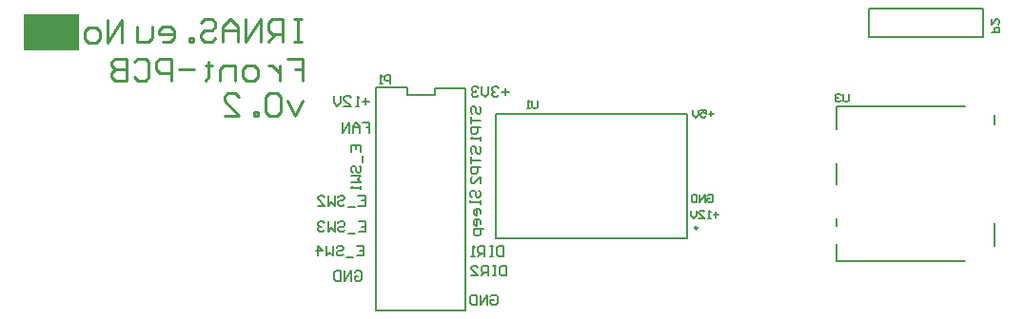
<source format=gbo>
G04*
G04 #@! TF.GenerationSoftware,Altium Limited,Altium Designer,18.1.9 (240)*
G04*
G04 Layer_Color=32896*
%FSAX25Y25*%
%MOIN*%
G70*
G01*
G75*
%ADD11C,0.00787*%
%ADD12C,0.00591*%
%ADD31C,0.01000*%
%ADD53C,0.00984*%
%ADD54C,0.00709*%
%ADD55R,0.19173X0.12520*%
D11*
X0586575Y0440472D02*
Y0450472D01*
Y0440472D02*
X0626575D01*
X0586575Y0450472D02*
X0626575D01*
Y0440472D02*
Y0450472D01*
X0575197Y0416291D02*
X0620118D01*
X0575098Y0361842D02*
X0620079D01*
X0630551Y0409961D02*
Y0413268D01*
Y0367284D02*
Y0375197D01*
X0575079Y0361862D02*
Y0367953D01*
Y0361862D02*
X0575098Y0361842D01*
X0575157Y0374095D02*
Y0377008D01*
X0575118Y0388976D02*
Y0396339D01*
X0575197Y0408347D02*
Y0416291D01*
X0455827Y0413701D02*
X0522756D01*
Y0370000D02*
Y0413701D01*
X0455827Y0370000D02*
X0522756D01*
X0455827D02*
Y0413701D01*
X0413701Y0422795D02*
X0424764D01*
Y0420236D02*
Y0422795D01*
Y0420236D02*
X0434331D01*
Y0422717D01*
X0445118D01*
X0413701Y0344646D02*
Y0422795D01*
Y0344646D02*
X0445039D01*
X0445118Y0344724D01*
Y0422717D01*
D12*
X0533779Y0378307D02*
X0531943D01*
X0532861Y0379225D02*
Y0377388D01*
X0531025Y0376929D02*
X0530106D01*
X0530565D01*
Y0379684D01*
X0531025Y0379225D01*
X0526892Y0376929D02*
X0528729D01*
X0526892Y0378766D01*
Y0379225D01*
X0527351Y0379684D01*
X0528269D01*
X0528729Y0379225D01*
X0525974Y0379684D02*
Y0377848D01*
X0525055Y0376929D01*
X0524137Y0377848D01*
Y0379684D01*
X0532126Y0413700D02*
X0530289D01*
X0531208Y0414619D02*
Y0412782D01*
X0527534Y0415078D02*
X0529371D01*
Y0413700D01*
X0528453Y0414159D01*
X0527993D01*
X0527534Y0413700D01*
Y0412782D01*
X0527993Y0412323D01*
X0528912D01*
X0529371Y0412782D01*
X0526616Y0415078D02*
Y0413241D01*
X0525698Y0412323D01*
X0524779Y0413241D01*
Y0415078D01*
X0529896Y0384816D02*
X0530355Y0385275D01*
X0531273D01*
X0531732Y0384816D01*
Y0382979D01*
X0531273Y0382520D01*
X0530355D01*
X0529896Y0382979D01*
Y0383897D01*
X0530814D01*
X0528977Y0382520D02*
Y0385275D01*
X0527141Y0382520D01*
Y0385275D01*
X0526222D02*
Y0382520D01*
X0524845D01*
X0524386Y0382979D01*
Y0384816D01*
X0524845Y0385275D01*
X0526222D01*
X0629370Y0442244D02*
X0632125D01*
Y0443622D01*
X0631666Y0444081D01*
X0630748D01*
X0630288Y0443622D01*
Y0442244D01*
X0629370Y0446836D02*
Y0444999D01*
X0631207Y0446836D01*
X0631666D01*
X0632125Y0446377D01*
Y0445458D01*
X0631666Y0444999D01*
X0418701Y0424331D02*
Y0427086D01*
X0417323D01*
X0416864Y0426627D01*
Y0425708D01*
X0417323Y0425249D01*
X0418701D01*
X0415946Y0424331D02*
X0415027D01*
X0415487D01*
Y0427086D01*
X0415946Y0426627D01*
X0470354Y0418306D02*
Y0416010D01*
X0469895Y0415551D01*
X0468977D01*
X0468518Y0416010D01*
Y0418306D01*
X0467599Y0415551D02*
X0466681D01*
X0467140D01*
Y0418306D01*
X0467599Y0417847D01*
X0579370Y0420629D02*
Y0418333D01*
X0578911Y0417874D01*
X0577993D01*
X0577533Y0418333D01*
Y0420629D01*
X0576615Y0420170D02*
X0576156Y0420629D01*
X0575238D01*
X0574778Y0420170D01*
Y0419711D01*
X0575238Y0419251D01*
X0575697D01*
X0575238D01*
X0574778Y0418792D01*
Y0418333D01*
X0575238Y0417874D01*
X0576156D01*
X0576615Y0418333D01*
D31*
X0526299Y0373543D02*
G03*
X0526299Y0373543I-0000394J0000000D01*
G01*
X0448665Y0421417D02*
G03*
X0448665Y0421417I-0000240J0000000D01*
G01*
D53*
X0324882Y0438740D02*
Y0446612D01*
X0319634Y0438740D01*
Y0446612D01*
X0315699Y0438740D02*
X0313075D01*
X0311763Y0440052D01*
Y0442676D01*
X0313075Y0443988D01*
X0315699D01*
X0317010Y0442676D01*
Y0440052D01*
X0315699Y0438740D01*
X0388150Y0418200D02*
X0385526Y0412953D01*
X0382902Y0418200D01*
X0380278Y0419512D02*
X0378966Y0420824D01*
X0376342D01*
X0375030Y0419512D01*
Y0414265D01*
X0376342Y0412953D01*
X0378966D01*
X0380278Y0414265D01*
Y0419512D01*
X0372407Y0412953D02*
Y0414265D01*
X0371095D01*
Y0412953D01*
X0372407D01*
X0360599D02*
X0365847D01*
X0360599Y0418200D01*
Y0419512D01*
X0361911Y0420824D01*
X0364535D01*
X0365847Y0419512D01*
X0382784Y0433068D02*
X0388032D01*
Y0429133D01*
X0385408D01*
X0388032D01*
Y0425197D01*
X0380160Y0430444D02*
Y0425197D01*
Y0427821D01*
X0378848Y0429133D01*
X0377536Y0430444D01*
X0376224D01*
X0370977Y0425197D02*
X0368353D01*
X0367041Y0426509D01*
Y0429133D01*
X0368353Y0430444D01*
X0370977D01*
X0372288Y0429133D01*
Y0426509D01*
X0370977Y0425197D01*
X0364417D02*
Y0430444D01*
X0360481D01*
X0359169Y0429133D01*
Y0425197D01*
X0355234Y0431756D02*
Y0430444D01*
X0356546D01*
X0353922D01*
X0355234D01*
Y0426509D01*
X0353922Y0425197D01*
X0349986Y0429133D02*
X0344738D01*
X0342114Y0425197D02*
Y0433068D01*
X0338179D01*
X0336867Y0431756D01*
Y0429133D01*
X0338179Y0427821D01*
X0342114D01*
X0328995Y0431756D02*
X0330307Y0433068D01*
X0332931D01*
X0334243Y0431756D01*
Y0426509D01*
X0332931Y0425197D01*
X0330307D01*
X0328995Y0426509D01*
X0326372Y0433068D02*
Y0425197D01*
X0322436D01*
X0321124Y0426509D01*
Y0427821D01*
X0322436Y0429133D01*
X0326372D01*
X0322436D01*
X0321124Y0430444D01*
Y0431756D01*
X0322436Y0433068D01*
X0326372D01*
X0387756Y0446848D02*
X0385132D01*
X0386444D01*
Y0438976D01*
X0387756D01*
X0385132D01*
X0381196D02*
Y0446848D01*
X0377261D01*
X0375949Y0445536D01*
Y0442912D01*
X0377261Y0441600D01*
X0381196D01*
X0378573D02*
X0375949Y0438976D01*
X0373325D02*
Y0446848D01*
X0368077Y0438976D01*
Y0446848D01*
X0365453Y0438976D02*
Y0444224D01*
X0362830Y0446848D01*
X0360206Y0444224D01*
Y0438976D01*
Y0442912D01*
X0365453D01*
X0352334Y0445536D02*
X0353646Y0446848D01*
X0356270D01*
X0357582Y0445536D01*
Y0444224D01*
X0356270Y0442912D01*
X0353646D01*
X0352334Y0441600D01*
Y0440288D01*
X0353646Y0438976D01*
X0356270D01*
X0357582Y0440288D01*
X0349710Y0438976D02*
Y0440288D01*
X0348398D01*
Y0438976D01*
X0349710D01*
X0339215D02*
X0341839D01*
X0343151Y0440288D01*
Y0442912D01*
X0341839Y0444224D01*
X0339215D01*
X0337903Y0442912D01*
Y0441600D01*
X0343151D01*
X0335279Y0444224D02*
Y0440288D01*
X0333967Y0438976D01*
X0330032D01*
Y0444224D01*
D54*
X0453898Y0349448D02*
X0454489Y0350038D01*
X0455669D01*
X0456260Y0349448D01*
Y0347086D01*
X0455669Y0346496D01*
X0454489D01*
X0453898Y0347086D01*
Y0348267D01*
X0455079D01*
X0452718Y0346496D02*
Y0350038D01*
X0450356Y0346496D01*
Y0350038D01*
X0449176D02*
Y0346496D01*
X0447404D01*
X0446814Y0347086D01*
Y0349448D01*
X0447404Y0350038D01*
X0449176D01*
X0406300Y0357873D02*
X0406890Y0358463D01*
X0408071D01*
X0408661Y0357873D01*
Y0355512D01*
X0408071Y0354921D01*
X0406890D01*
X0406300Y0355512D01*
Y0356692D01*
X0407481D01*
X0405119Y0354921D02*
Y0358463D01*
X0402758Y0354921D01*
Y0358463D01*
X0401577D02*
Y0354921D01*
X0399806D01*
X0399216Y0355512D01*
Y0357873D01*
X0399806Y0358463D01*
X0401577D01*
X0411417Y0418031D02*
X0409056D01*
X0410237Y0419212D02*
Y0416850D01*
X0407875Y0416260D02*
X0406694D01*
X0407285D01*
Y0419802D01*
X0407875Y0419212D01*
X0402562Y0416260D02*
X0404923D01*
X0402562Y0418621D01*
Y0419212D01*
X0403152Y0419802D01*
X0404333D01*
X0404923Y0419212D01*
X0401381Y0419802D02*
Y0417441D01*
X0400201Y0416260D01*
X0399020Y0417441D01*
Y0419802D01*
X0409135Y0410589D02*
X0411496D01*
Y0408818D01*
X0410315D01*
X0411496D01*
Y0407047D01*
X0407954D02*
Y0409409D01*
X0406773Y0410589D01*
X0405592Y0409409D01*
Y0407047D01*
Y0408818D01*
X0407954D01*
X0404412Y0407047D02*
Y0410589D01*
X0402050Y0407047D01*
Y0410589D01*
X0405041Y0400119D02*
Y0402480D01*
X0408583D01*
Y0400119D01*
X0406812Y0402480D02*
Y0401300D01*
X0409173Y0398938D02*
Y0396577D01*
X0405631Y0393035D02*
X0405041Y0393625D01*
Y0394806D01*
X0405631Y0395396D01*
X0406221D01*
X0406812Y0394806D01*
Y0393625D01*
X0407402Y0393035D01*
X0407992D01*
X0408583Y0393625D01*
Y0394806D01*
X0407992Y0395396D01*
X0405041Y0391854D02*
X0408583D01*
X0407402Y0390673D01*
X0408583Y0389492D01*
X0405041D01*
X0408583Y0388312D02*
Y0387131D01*
Y0387721D01*
X0405041D01*
X0405631Y0388312D01*
X0407560Y0384960D02*
X0409921D01*
Y0381417D01*
X0407560D01*
X0409921Y0383188D02*
X0408741D01*
X0406379Y0380827D02*
X0404018D01*
X0400476Y0384369D02*
X0401066Y0384960D01*
X0402247D01*
X0402837Y0384369D01*
Y0383779D01*
X0402247Y0383188D01*
X0401066D01*
X0400476Y0382598D01*
Y0382008D01*
X0401066Y0381417D01*
X0402247D01*
X0402837Y0382008D01*
X0399295Y0384960D02*
Y0381417D01*
X0398114Y0382598D01*
X0396933Y0381417D01*
Y0384960D01*
X0393391Y0381417D02*
X0395753D01*
X0393391Y0383779D01*
Y0384369D01*
X0393982Y0384960D01*
X0395162D01*
X0395753Y0384369D01*
X0407639Y0375786D02*
X0410000D01*
Y0372244D01*
X0407639D01*
X0410000Y0374015D02*
X0408819D01*
X0406458Y0371654D02*
X0404096D01*
X0400554Y0375196D02*
X0401145Y0375786D01*
X0402325D01*
X0402916Y0375196D01*
Y0374605D01*
X0402325Y0374015D01*
X0401145D01*
X0400554Y0373425D01*
Y0372834D01*
X0401145Y0372244D01*
X0402325D01*
X0402916Y0372834D01*
X0399374Y0375786D02*
Y0372244D01*
X0398193Y0373425D01*
X0397012Y0372244D01*
Y0375786D01*
X0395831Y0375196D02*
X0395241Y0375786D01*
X0394060D01*
X0393470Y0375196D01*
Y0374605D01*
X0394060Y0374015D01*
X0394651D01*
X0394060D01*
X0393470Y0373425D01*
Y0372834D01*
X0394060Y0372244D01*
X0395241D01*
X0395831Y0372834D01*
X0407009Y0367322D02*
X0409370D01*
Y0363779D01*
X0407009D01*
X0409370Y0365551D02*
X0408189D01*
X0405828Y0363189D02*
X0403467D01*
X0399924Y0366731D02*
X0400515Y0367322D01*
X0401695D01*
X0402286Y0366731D01*
Y0366141D01*
X0401695Y0365551D01*
X0400515D01*
X0399924Y0364960D01*
Y0364370D01*
X0400515Y0363779D01*
X0401695D01*
X0402286Y0364370D01*
X0398744Y0367322D02*
Y0363779D01*
X0397563Y0364960D01*
X0396382Y0363779D01*
Y0367322D01*
X0393430Y0363779D02*
Y0367322D01*
X0395201Y0365551D01*
X0392840D01*
X0459449Y0360314D02*
Y0356772D01*
X0457678D01*
X0457087Y0357362D01*
Y0359723D01*
X0457678Y0360314D01*
X0459449D01*
X0455907D02*
X0454726D01*
X0455316D01*
Y0356772D01*
X0455907D01*
X0454726D01*
X0452955D02*
Y0360314D01*
X0451184D01*
X0450593Y0359723D01*
Y0358543D01*
X0451184Y0357952D01*
X0452955D01*
X0451774D02*
X0450593Y0356772D01*
X0447051D02*
X0449413D01*
X0447051Y0359133D01*
Y0359723D01*
X0447642Y0360314D01*
X0448822D01*
X0449413Y0359723D01*
X0458386Y0367086D02*
Y0363543D01*
X0456615D01*
X0456024Y0364134D01*
Y0366495D01*
X0456615Y0367086D01*
X0458386D01*
X0454844D02*
X0453663D01*
X0454253D01*
Y0363543D01*
X0454844D01*
X0453663D01*
X0451892D02*
Y0367086D01*
X0450121D01*
X0449530Y0366495D01*
Y0365314D01*
X0450121Y0364724D01*
X0451892D01*
X0450711D02*
X0449530Y0363543D01*
X0448350D02*
X0447169D01*
X0447759D01*
Y0367086D01*
X0448350Y0366495D01*
X0447442Y0384371D02*
X0446851Y0384961D01*
Y0386142D01*
X0447442Y0386732D01*
X0448032D01*
X0448623Y0386142D01*
Y0384961D01*
X0449213Y0384371D01*
X0449803D01*
X0450394Y0384961D01*
Y0386142D01*
X0449803Y0386732D01*
X0450394Y0383190D02*
Y0382009D01*
Y0382600D01*
X0446851D01*
Y0383190D01*
X0450394Y0378467D02*
Y0379648D01*
X0449803Y0380238D01*
X0448623D01*
X0448032Y0379648D01*
Y0378467D01*
X0448623Y0377877D01*
X0449213D01*
Y0380238D01*
X0450394Y0374925D02*
Y0376106D01*
X0449803Y0376696D01*
X0448623D01*
X0448032Y0376106D01*
Y0374925D01*
X0448623Y0374335D01*
X0449213D01*
Y0376696D01*
X0451574Y0373154D02*
X0448032D01*
Y0371383D01*
X0448623Y0370793D01*
X0449803D01*
X0450394Y0371383D01*
Y0373154D01*
X0447560Y0399725D02*
X0446970Y0400316D01*
Y0401496D01*
X0447560Y0402087D01*
X0448150D01*
X0448741Y0401496D01*
Y0400316D01*
X0449331Y0399725D01*
X0449922D01*
X0450512Y0400316D01*
Y0401496D01*
X0449922Y0402087D01*
X0446970Y0398545D02*
Y0396183D01*
Y0397364D01*
X0450512D01*
Y0395002D02*
X0446970D01*
Y0393231D01*
X0447560Y0392641D01*
X0448741D01*
X0449331Y0393231D01*
Y0395002D01*
X0450512Y0389099D02*
Y0391460D01*
X0448150Y0389099D01*
X0447560D01*
X0446970Y0389689D01*
Y0390870D01*
X0447560Y0391460D01*
Y0413741D02*
X0446970Y0414331D01*
Y0415512D01*
X0447560Y0416102D01*
X0448150D01*
X0448741Y0415512D01*
Y0414331D01*
X0449331Y0413741D01*
X0449922D01*
X0450512Y0414331D01*
Y0415512D01*
X0449922Y0416102D01*
X0446970Y0412560D02*
Y0410199D01*
Y0411379D01*
X0450512D01*
Y0409018D02*
X0446970D01*
Y0407247D01*
X0447560Y0406657D01*
X0448741D01*
X0449331Y0407247D01*
Y0409018D01*
X0450512Y0405476D02*
Y0404295D01*
Y0404885D01*
X0446970D01*
X0447560Y0405476D01*
X0460276Y0421338D02*
X0457914D01*
X0459095Y0422519D02*
Y0420157D01*
X0456733Y0422519D02*
X0456143Y0423109D01*
X0454962D01*
X0454372Y0422519D01*
Y0421928D01*
X0454962Y0421338D01*
X0455553D01*
X0454962D01*
X0454372Y0420748D01*
Y0420157D01*
X0454962Y0419567D01*
X0456143D01*
X0456733Y0420157D01*
X0453191Y0423109D02*
Y0420748D01*
X0452010Y0419567D01*
X0450830Y0420748D01*
Y0423109D01*
X0449649Y0422519D02*
X0449059Y0423109D01*
X0447878D01*
X0447288Y0422519D01*
Y0421928D01*
X0447878Y0421338D01*
X0448468D01*
X0447878D01*
X0447288Y0420748D01*
Y0420157D01*
X0447878Y0419567D01*
X0449059D01*
X0449649Y0420157D01*
D55*
X0300217Y0442323D02*
D03*
M02*

</source>
